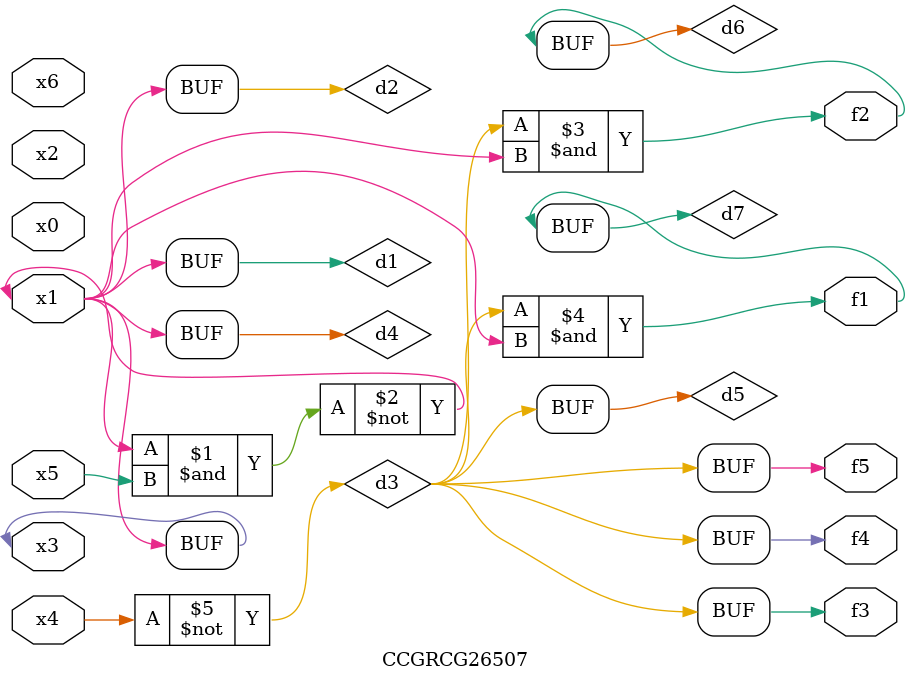
<source format=v>
module CCGRCG26507(
	input x0, x1, x2, x3, x4, x5, x6,
	output f1, f2, f3, f4, f5
);

	wire d1, d2, d3, d4, d5, d6, d7;

	buf (d1, x1, x3);
	nand (d2, x1, x5);
	not (d3, x4);
	buf (d4, d1, d2);
	buf (d5, d3);
	and (d6, d3, d4);
	and (d7, d3, d4);
	assign f1 = d7;
	assign f2 = d6;
	assign f3 = d5;
	assign f4 = d5;
	assign f5 = d5;
endmodule

</source>
